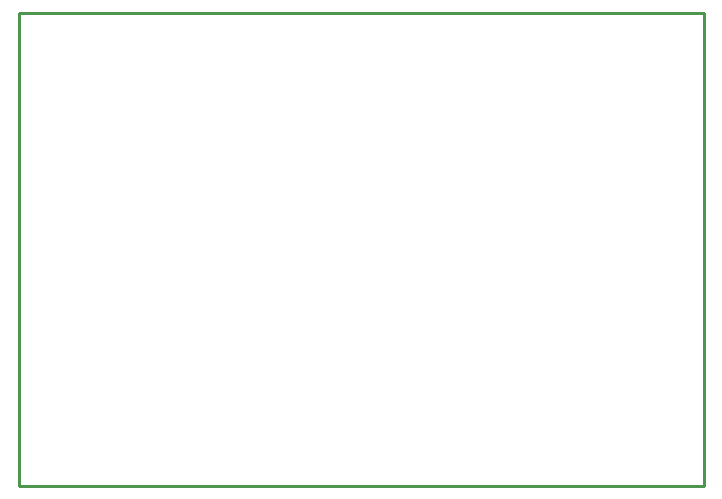
<source format=gko>
G04*
G04 #@! TF.GenerationSoftware,Altium Limited,Altium Designer,21.3.2 (30)*
G04*
G04 Layer_Color=16711935*
%FSTAX24Y24*%
%MOIN*%
G70*
G04*
G04 #@! TF.SameCoordinates,7CA10C46-D00E-43F5-BDD8-F0146F79C00B*
G04*
G04*
G04 #@! TF.FilePolarity,Positive*
G04*
G01*
G75*
%ADD30C,0.0098*%
D30*
X022835D01*
Y015748D01*
X0Y015748D02*
X022835Y015748D01*
X0Y0D02*
Y015748D01*
M02*

</source>
